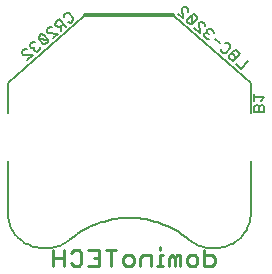
<source format=gbo>
G75*
%MOIN*%
%OFA0B0*%
%FSLAX24Y24*%
%IPPOS*%
%LPD*%
%AMOC8*
5,1,8,0,0,1.08239X$1,22.5*
%
%ADD10C,0.0060*%
%ADD11C,0.0100*%
%ADD12C,0.0079*%
D10*
X003042Y008480D02*
X003213Y008629D01*
X002893Y008652D01*
X002856Y008695D01*
X002862Y008775D01*
X002948Y008849D01*
X003028Y008843D01*
X003135Y008936D02*
X003172Y008893D01*
X003252Y008887D01*
X003246Y008807D01*
X003283Y008764D01*
X003363Y008758D01*
X003449Y008832D01*
X003455Y008912D01*
X003562Y009005D02*
X003642Y008999D01*
X003728Y009073D01*
X003734Y009153D01*
X003414Y009176D01*
X003562Y009005D01*
X003414Y009176D02*
X003420Y009256D01*
X003506Y009331D01*
X003586Y009325D01*
X003734Y009153D01*
X003878Y009202D02*
X004050Y009351D01*
X003730Y009374D01*
X003693Y009417D01*
X003699Y009497D01*
X003785Y009571D01*
X003865Y009565D01*
X003972Y009658D02*
X004046Y009572D01*
X004126Y009566D01*
X004255Y009677D01*
X004329Y009591D02*
X004106Y009849D01*
X003978Y009738D01*
X003972Y009658D01*
X004169Y009603D02*
X004157Y009443D01*
X004399Y009727D02*
X004479Y009721D01*
X004565Y009795D01*
X004570Y009875D01*
X004422Y010047D01*
X004342Y010053D01*
X004256Y009978D01*
X004250Y009898D01*
X003307Y009084D02*
X003227Y009090D01*
X003141Y009016D01*
X003135Y008936D01*
X003252Y008887D02*
X003295Y008924D01*
X008053Y010019D02*
X008224Y009871D01*
X008201Y010191D01*
X008238Y010234D01*
X008318Y010240D01*
X008404Y010166D01*
X008410Y010086D01*
X008517Y009993D02*
X008540Y009673D01*
X008460Y009668D01*
X008374Y009742D01*
X008368Y009822D01*
X008517Y009993D01*
X008597Y009999D01*
X008683Y009925D01*
X008688Y009845D01*
X008540Y009673D01*
X008610Y009538D02*
X008782Y009390D01*
X008758Y009710D01*
X008795Y009753D01*
X008875Y009759D01*
X008961Y009684D01*
X008967Y009605D01*
X009074Y009512D02*
X009037Y009469D01*
X009043Y009389D01*
X008963Y009383D01*
X008926Y009340D01*
X008932Y009260D01*
X009018Y009186D01*
X009098Y009192D01*
X009086Y009352D02*
X009043Y009389D01*
X009074Y009512D02*
X009154Y009518D01*
X009240Y009444D01*
X009246Y009364D01*
X009279Y009186D02*
X009451Y009037D01*
X009484Y008859D02*
X009490Y008779D01*
X009575Y008705D01*
X009655Y008711D01*
X009804Y008883D01*
X009798Y008963D01*
X009712Y009037D01*
X009632Y009031D01*
X009911Y008790D02*
X009874Y008747D01*
X009880Y008667D01*
X010008Y008556D01*
X009880Y008667D02*
X009800Y008661D01*
X009762Y008618D01*
X009768Y008538D01*
X009897Y008427D01*
X010119Y008685D01*
X009991Y008796D01*
X009911Y008790D01*
X010004Y008335D02*
X010176Y008187D01*
X010398Y008444D01*
X010599Y007350D02*
X010599Y007123D01*
X010599Y007236D02*
X010940Y007236D01*
X010826Y007123D01*
X010826Y006981D02*
X010769Y006925D01*
X010769Y006755D01*
X010599Y006755D02*
X010599Y006925D01*
X010656Y006981D01*
X010713Y006981D01*
X010769Y006925D01*
X010826Y006981D02*
X010883Y006981D01*
X010940Y006925D01*
X010940Y006755D01*
X010599Y006755D01*
D11*
X007462Y002230D02*
X007462Y002142D01*
X007462Y001965D02*
X007462Y001611D01*
X007550Y001611D02*
X007374Y001611D01*
X007164Y001611D02*
X007164Y001965D01*
X006899Y001965D01*
X006810Y001877D01*
X006810Y001611D01*
X006584Y001700D02*
X006495Y001611D01*
X006318Y001611D01*
X006230Y001700D01*
X006230Y001877D01*
X006318Y001965D01*
X006495Y001965D01*
X006584Y001877D01*
X006584Y001700D01*
X006004Y002142D02*
X005650Y002142D01*
X005424Y002142D02*
X005424Y001611D01*
X005070Y001611D01*
X004844Y001700D02*
X004755Y001611D01*
X004578Y001611D01*
X004490Y001700D01*
X004264Y001611D02*
X004264Y002142D01*
X004490Y002053D02*
X004578Y002142D01*
X004755Y002142D01*
X004844Y002053D01*
X004844Y001700D01*
X005247Y001877D02*
X005424Y001877D01*
X005424Y002142D02*
X005070Y002142D01*
X005827Y002142D02*
X005827Y001611D01*
X004264Y001877D02*
X003910Y001877D01*
X003910Y002142D02*
X003910Y001611D01*
X007462Y001965D02*
X007550Y001965D01*
X007777Y001877D02*
X007777Y001611D01*
X007954Y001611D02*
X007954Y001877D01*
X007865Y001965D01*
X007777Y001877D01*
X007954Y001877D02*
X008042Y001965D01*
X008130Y001965D01*
X008130Y001611D01*
X008357Y001700D02*
X008357Y001877D01*
X008445Y001965D01*
X008622Y001965D01*
X008710Y001877D01*
X008710Y001700D01*
X008622Y001611D01*
X008445Y001611D01*
X008357Y001700D01*
X008937Y001611D02*
X009202Y001611D01*
X009290Y001700D01*
X009290Y001877D01*
X009202Y001965D01*
X008937Y001965D01*
X008937Y002142D02*
X008937Y001611D01*
D12*
X002383Y003392D02*
X002383Y005124D01*
X002383Y006699D02*
X002383Y007723D01*
X004943Y009928D01*
X004943Y010026D01*
X007935Y010026D01*
X007935Y009928D01*
X004943Y009928D01*
X007935Y009928D02*
X010494Y007723D01*
X010494Y006699D01*
X010494Y005124D02*
X010494Y003392D01*
X010492Y003326D01*
X010487Y003260D01*
X010477Y003194D01*
X010464Y003129D01*
X010448Y003065D01*
X010428Y003002D01*
X010404Y002940D01*
X010377Y002880D01*
X010347Y002821D01*
X010313Y002764D01*
X010276Y002709D01*
X010236Y002656D01*
X010194Y002605D01*
X010148Y002557D01*
X010100Y002511D01*
X010049Y002469D01*
X009996Y002429D01*
X009941Y002392D01*
X009884Y002358D01*
X009825Y002328D01*
X009765Y002301D01*
X009703Y002277D01*
X009640Y002257D01*
X009576Y002241D01*
X009511Y002228D01*
X009445Y002218D01*
X009379Y002213D01*
X009313Y002211D01*
X009194Y002211D01*
X009131Y002213D01*
X009068Y002218D01*
X009005Y002226D01*
X008942Y002238D01*
X008881Y002253D01*
X008820Y002271D01*
X008760Y002293D01*
X008702Y002318D01*
X008645Y002346D01*
X008589Y002377D01*
X008536Y002411D01*
X008484Y002447D01*
X008434Y002487D01*
X008435Y002487D02*
X008351Y002555D01*
X008264Y002620D01*
X008175Y002682D01*
X008084Y002741D01*
X007991Y002797D01*
X007897Y002850D01*
X007800Y002899D01*
X007702Y002945D01*
X007602Y002987D01*
X007501Y003026D01*
X007398Y003061D01*
X007295Y003093D01*
X007190Y003121D01*
X007085Y003145D01*
X006978Y003166D01*
X006871Y003183D01*
X006764Y003196D01*
X006656Y003205D01*
X006547Y003211D01*
X006439Y003213D01*
X006331Y003211D01*
X006222Y003205D01*
X006114Y003196D01*
X006007Y003183D01*
X005900Y003166D01*
X005793Y003145D01*
X005688Y003121D01*
X005583Y003093D01*
X005480Y003061D01*
X005377Y003026D01*
X005276Y002987D01*
X005176Y002945D01*
X005078Y002899D01*
X004981Y002850D01*
X004886Y002797D01*
X004794Y002741D01*
X004703Y002682D01*
X004614Y002620D01*
X004527Y002555D01*
X004443Y002487D01*
X003683Y002211D02*
X003565Y002211D01*
X003499Y002213D01*
X003433Y002218D01*
X003367Y002228D01*
X003302Y002241D01*
X003238Y002257D01*
X003175Y002277D01*
X003113Y002301D01*
X003053Y002328D01*
X002994Y002358D01*
X002937Y002392D01*
X002882Y002429D01*
X002829Y002469D01*
X002778Y002511D01*
X002730Y002557D01*
X002684Y002605D01*
X002642Y002656D01*
X002602Y002709D01*
X002565Y002764D01*
X002531Y002821D01*
X002501Y002880D01*
X002474Y002940D01*
X002450Y003002D01*
X002430Y003065D01*
X002414Y003129D01*
X002401Y003194D01*
X002391Y003260D01*
X002386Y003326D01*
X002384Y003392D01*
X003683Y002211D02*
X003746Y002213D01*
X003809Y002218D01*
X003872Y002226D01*
X003935Y002238D01*
X003996Y002253D01*
X004057Y002271D01*
X004117Y002293D01*
X004175Y002318D01*
X004232Y002346D01*
X004288Y002377D01*
X004341Y002411D01*
X004393Y002447D01*
X004443Y002487D01*
M02*

</source>
